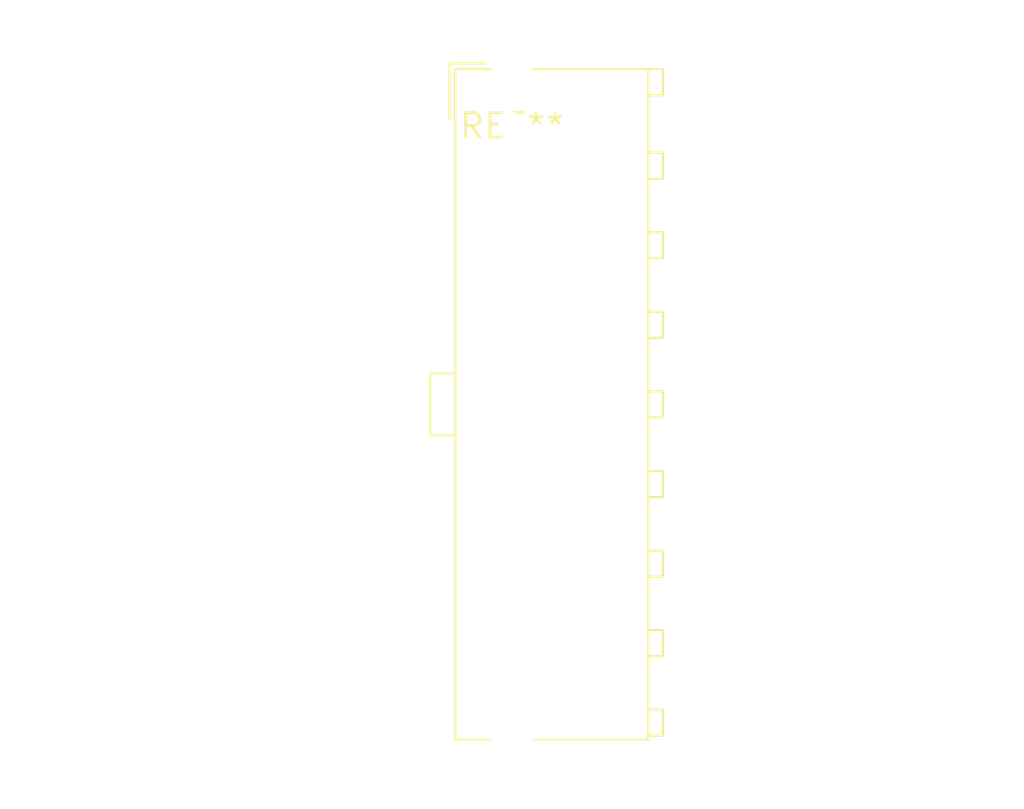
<source format=kicad_pcb>
(kicad_pcb (version 20240108) (generator pcbnew)
  (layers (0 "F.Cu" signal) (31 "B.Cu" signal) (34 "B.Paste" user) (35 "F.Paste" user) (36 "B.SilkS" user "B.Silkscreen") (37 "F.SilkS" user "F.Silkscreen") (38 "B.Mask" user) (39 "F.Mask" user) (44 "Edge.Cuts" user))
  (net 0 "")
  (footprint "TE_MATE-N-LOK_1-794068-x_2x08_P4.14mm_Vertical" (layer "F.Cu") (at 0 0)
    (property "Reference" "REF**")
    (property "Value" "TE_MATE-N-LOK_1-794068-x_2x08_P4.14mm_Vertical")
    (fp_line (start -4.255 12.88) (end -4.255 16.1) (layer "F.SilkS") (stroke (width 0.12)))
    (fp_line (start -4.255 16.1) (end -2.955 16.1) (layer "F.SilkS") (stroke (width 0.12)))
    (fp_line (start -3.255 -3.255) (end -3.255 -0.345) (layer "F.SilkS") (stroke (width 0.12)))
    (fp_line (start -2.955 -2.955) (end -2.955 31.935) (layer "F.SilkS") (stroke (width 0.12)))
    (fp_line (start -2.955 12.88) (end -4.255 12.88) (layer "F.SilkS") (stroke (width 0.12)))
    (fp_line (start -2.955 31.935) (end -1.103302 31.935) (layer "F.SilkS") (stroke (width 0.12)))
    (fp_line (start -1.42066 -3.255) (end -3.255 -3.255) (layer "F.SilkS") (stroke (width 0.12)))
    (fp_line (start -1.103302 -2.955) (end -2.955 -2.955) (layer "F.SilkS") (stroke (width 0.12)))
    (fp_line (start 1.103302 -2.955) (end 7.095 -2.955) (layer "F.SilkS") (stroke (width 0.12)))
    (fp_line (start 7.095 -2.955) (end 7.095 31.935) (layer "F.SilkS") (stroke (width 0.12)))
    (fp_line (start 7.095 -2.955) (end 7.855 -2.955) (layer "F.SilkS") (stroke (width 0.12)))
    (fp_line (start 7.095 1.39) (end 7.855 1.39) (layer "F.SilkS") (stroke (width 0.12)))
    (fp_line (start 7.095 5.53) (end 7.855 5.53) (layer "F.SilkS") (stroke (width 0.12)))
    (fp_line (start 7.095 9.67) (end 7.855 9.67) (layer "F.SilkS") (stroke (width 0.12)))
    (fp_line (start 7.095 13.81) (end 7.855 13.81) (layer "F.SilkS") (stroke (width 0.12)))
    (fp_line (start 7.095 17.95) (end 7.855 17.95) (layer "F.SilkS") (stroke (width 0.12)))
    (fp_line (start 7.095 22.09) (end 7.855 22.09) (layer "F.SilkS") (stroke (width 0.12)))
    (fp_line (start 7.095 26.23) (end 7.855 26.23) (layer "F.SilkS") (stroke (width 0.12)))
    (fp_line (start 7.095 30.37) (end 7.855 30.37) (layer "F.SilkS") (stroke (width 0.12)))
    (fp_line (start 7.095 31.935) (end 1.103302 31.935) (layer "F.SilkS") (stroke (width 0.12)))
    (fp_line (start 7.855 -2.955) (end 7.855 -1.595) (layer "F.SilkS") (stroke (width 0.12)))
    (fp_line (start 7.855 -1.595) (end 7.095 -1.595) (layer "F.SilkS") (stroke (width 0.12)))
    (fp_line (start 7.855 1.39) (end 7.855 2.75) (layer "F.SilkS") (stroke (width 0.12)))
    (fp_line (start 7.855 2.75) (end 7.095 2.75) (layer "F.SilkS") (stroke (width 0.12)))
    (fp_line (start 7.855 5.53) (end 7.855 6.89) (layer "F.SilkS") (stroke (width 0.12)))
    (fp_line (start 7.855 6.89) (end 7.095 6.89) (layer "F.SilkS") (stroke (width 0.12)))
    (fp_line (start 7.855 9.67) (end 7.855 11.03) (layer "F.SilkS") (stroke (width 0.12)))
    (fp_line (start 7.855 11.03) (end 7.095 11.03) (layer "F.SilkS") (stroke (width 0.12)))
    (fp_line (start 7.855 13.81) (end 7.855 15.17) (layer "F.SilkS") (stroke (width 0.12)))
    (fp_line (start 7.855 15.17) (end 7.095 15.17) (layer "F.SilkS") (stroke (width 0.12)))
    (fp_line (start 7.855 17.95) (end 7.855 19.31) (layer "F.SilkS") (stroke (width 0.12)))
    (fp_line (start 7.855 19.31) (end 7.095 19.31) (layer "F.SilkS") (stroke (width 0.12)))
    (fp_line (start 7.855 22.09) (end 7.855 23.45) (layer "F.SilkS") (stroke (width 0.12)))
    (fp_line (start 7.855 23.45) (end 7.095 23.45) (layer "F.SilkS") (stroke (width 0.12)))
    (fp_line (start 7.855 26.23) (end 7.855 27.59) (layer "F.SilkS") (stroke (width 0.12)))
    (fp_line (start 7.855 27.59) (end 7.095 27.59) (layer "F.SilkS") (stroke (width 0.12)))
    (fp_line (start 7.855 30.37) (end 7.855 31.73) (layer "F.SilkS") (stroke (width 0.12)))
    (fp_line (start 7.855 31.73) (end 7.095 31.73) (layer "F.SilkS") (stroke (width 0.12)))
    (pad "" np_thru_hole circle (at 0 -4.44) (size 3.18 3.18) (drill 3.18) (layers *.Cu *.Mask))
    (pad "" np_thru_hole circle (at 0 33.42) (size 3.18 3.18) (drill 3.18) (layers *.Cu *.Mask))
    (pad "1" thru_hole roundrect (at 0 0) (size 2.64 2.64) (drill 1.4) (layers *.Cu *.Mask) (remove_unused_layers) (roundrect_rratio 0.094697))
    (pad "2" thru_hole circle (at 0 4.14) (size 2.64 2.64) (drill 1.4) (layers *.Cu *.Mask) (remove_unused_layers))
    (pad "3" thru_hole circle (at 0 8.28) (size 2.64 2.64) (drill 1.4) (layers *.Cu *.Mask) (remove_unused_layers))
    (pad "4" thru_hole circle (at 0 12.42) (size 2.64 2.64) (drill 1.4) (layers *.Cu *.Mask) (remove_unused_layers))
    (pad "5" thru_hole circle (at 0 16.56) (size 2.64 2.64) (drill 1.4) (layers *.Cu *.Mask) (remove_unused_layers))
    (pad "6" thru_hole circle (at 0 20.7) (size 2.64 2.64) (drill 1.4) (layers *.Cu *.Mask) (remove_unused_layers))
    (pad "7" thru_hole circle (at 0 24.84) (size 2.64 2.64) (drill 1.4) (layers *.Cu *.Mask) (remove_unused_layers))
    (pad "8" thru_hole circle (at 0 28.98) (size 2.64 2.64) (drill 1.4) (layers *.Cu *.Mask) (remove_unused_layers))
    (pad "9" thru_hole circle (at 4.14 0) (size 2.64 2.64) (drill 1.4) (layers *.Cu *.Mask) (remove_unused_layers))
    (pad "10" thru_hole circle (at 4.14 4.14) (size 2.64 2.64) (drill 1.4) (layers *.Cu *.Mask) (remove_unused_layers))
    (pad "11" thru_hole circle (at 4.14 8.28) (size 2.64 2.64) (drill 1.4) (layers *.Cu *.Mask) (remove_unused_layers))
    (pad "12" thru_hole circle (at 4.14 12.42) (size 2.64 2.64) (drill 1.4) (layers *.Cu *.Mask) (remove_unused_layers))
    (pad "13" thru_hole circle (at 4.14 16.56) (size 2.64 2.64) (drill 1.4) (layers *.Cu *.Mask) (remove_unused_layers))
    (pad "14" thru_hole circle (at 4.14 20.7) (size 2.64 2.64) (drill 1.4) (layers *.Cu *.Mask) (remove_unused_layers))
    (pad "15" thru_hole circle (at 4.14 24.84) (size 2.64 2.64) (drill 1.4) (layers *.Cu *.Mask) (remove_unused_layers))
    (pad "16" thru_hole circle (at 4.14 28.98) (size 2.64 2.64) (drill 1.4) (layers *.Cu *.Mask) (remove_unused_layers))
  )
)
</source>
